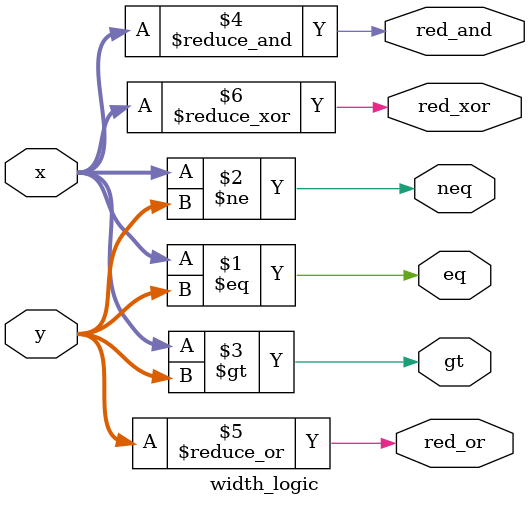
<source format=sv>


module width_logic (
    input  wire [3:0]  x,
    input  wire [3:0]  y,
    output wire        eq,      // x == y
    output wire        neq,     // x != y
    output wire        gt,      // x > y
    output wire        red_and, // &x
    output wire        red_or,  // |y
    output wire        red_xor  // ^x
);
    assign eq      = (x == y);
    assign neq     = (x != y);
    assign gt      = (x > y);
    assign red_and = &x;
    assign red_or  = |y;
    assign red_xor = ^x;
endmodule

</source>
